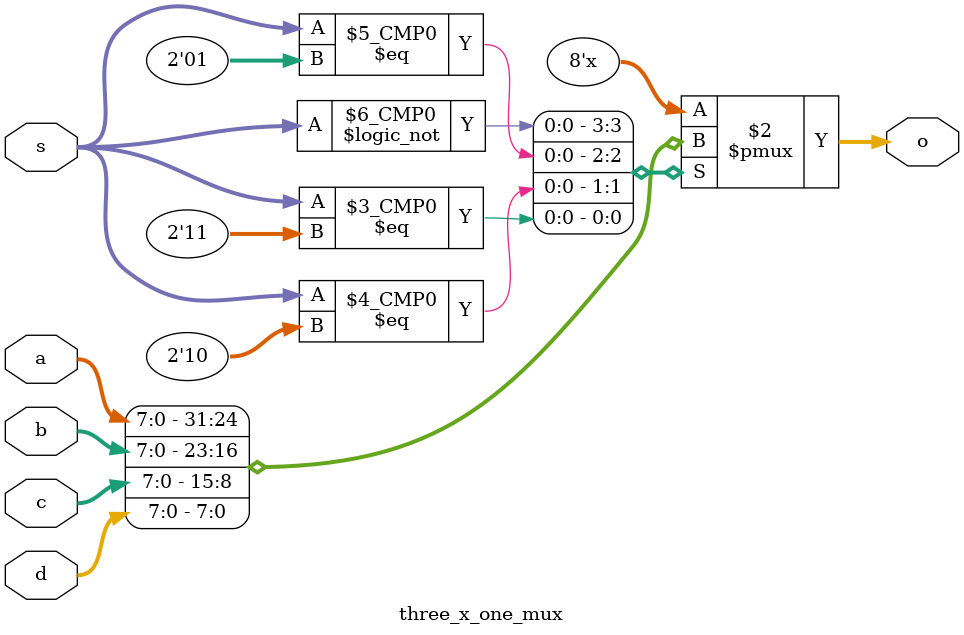
<source format=v>
`timescale 1ns / 1ps


module three_x_one_mux(a,b,c,
                       d,
                       s,o);
input [1:0] s; input [7:0] a,b,c;
input [7:0] d;
output reg [7:0] o;
always @ *
begin
 case (s)
  2'b00: o=a;
  2'b01: o=b;
  2'b10: o=c;
  2'b11: o=d;
 endcase
end
endmodule

</source>
